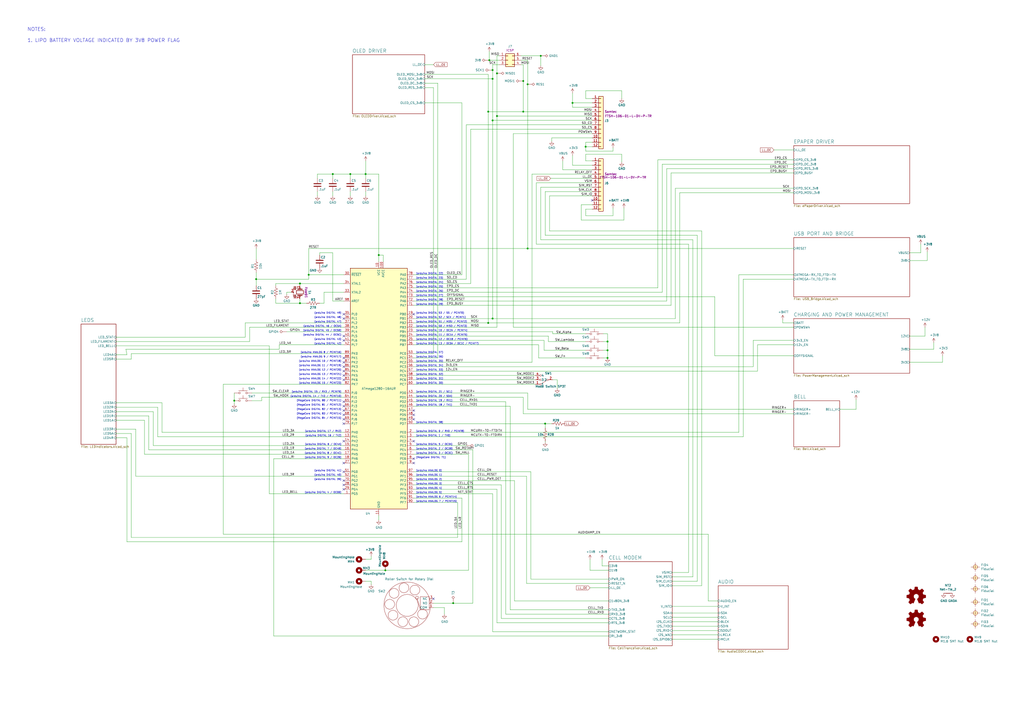
<source format=kicad_sch>
(kicad_sch (version 20231120) (generator "eeschema") (generator_version "8.0")
  (paper "A2")
  (title_block (title "4G ROTARY CELLPHONE MAINBOARD") (company "J. Haupt") (comment 1 "Sky's Edge"))
  (junction (at 313.69 32.385))
  (junction (at 285.75 45.72))
  (junction (at 223.52 330.835))
  (junction (at 219.71 147.955))
  (junction (at 173.99 175.895))
  (junction (at 285.75 40.64))
  (junction (at 303.53 46.99))
  (junction (at 288.29 67.31))
  (junction (at 352.425 207.645))
  (junction (at 306.07 48.895))
  (junction (at 173.99 164.465))
  (junction (at 332.105 59.69))
  (junction (at 285.75 184.785))
  (junction (at 212.09 100.965))
  (junction (at 283.845 34.925))
  (junction (at 352.425 203.2))
  (junction (at 303.53 64.77))
  (junction (at 288.29 42.545))
  (junction (at 316.23 245.745))
  (junction (at 148.59 161.925))
  (junction (at 339.725 85.09))
  (junction (at 262.89 349.885))
  (junction (at 283.21 64.77))
  (junction (at 193.04 100.965))
  (junction (at 306.07 144.145))
  (junction (at 285.75 69.85))
  (junction (at 352.425 198.12))
  (junction (at 135.89 232.41))
  (junction (at 283.21 187.325))
  (junction (at 179.07 159.385))
  (junction (at 203.2 100.965))
  (no_connect (at 199.39 268.605))
  (no_connect (at 199.39 184.785))
  (no_connect (at 199.39 245.745))
  (no_connect (at 240.03 240.665))
  (no_connect (at 240.03 268.605))
  (no_connect (at 199.39 235.585))
  (no_connect (at 199.39 243.205))
  (no_connect (at 199.39 240.665))
  (no_connect (at 199.39 238.125))
  (no_connect (at 199.39 194.945))
  (no_connect (at 199.39 255.905))
  (no_connect (at 199.39 281.305))
  (no_connect (at 199.39 278.765))
  (no_connect (at 251.46 347.345))
  (no_connect (at 240.03 238.125))
  (no_connect (at 199.39 182.245))
  (no_connect (at 240.03 243.205))
  (no_connect (at 240.03 255.905))
  (no_connect (at 199.39 283.845))
  (no_connect (at 199.39 197.485))
  (no_connect (at 343.535 116.205))
  (no_connect (at 240.03 266.065))
  (no_connect (at 199.39 273.685))
  (no_connect (at 199.39 220.345))
  (no_connect (at 199.39 217.805))
  (no_connect (at 199.39 215.265))
  (no_connect (at 199.39 212.725))
  (no_connect (at 199.39 207.645))
  (no_connect (at 199.39 210.185))
  (no_connect (at 240.03 182.245))
  (no_connect (at 199.39 233.045))
  (wire (pts (xy 384.175 169.545) (xy 384.175 95.25)))
  (wire (pts (xy 407.035 339.725) (xy 389.89 339.725)))
  (wire (pts (xy 332.105 59.69) (xy 343.535 59.69)))
  (wire (pts (xy 240.03 220.345) (xy 310.515 220.345)))
  (wire (pts (xy 148.59 150.495) (xy 148.59 144.145)))
  (wire (pts (xy 240.03 273.685) (xy 307.975 273.685)))
  (wire (pts (xy 240.03 233.045) (xy 293.37 233.045)))
  (wire (pts (xy 88.9 238.76) (xy 88.9 258.445)))
  (wire (pts (xy 240.03 187.325) (xy 283.21 187.325)))
  (wire (pts (xy 240.03 263.525) (xy 271.78 263.525)))
  (wire (pts (xy 536.575 194.945) (xy 536.575 189.865)))
  (wire (pts (xy 448.945 86.995) (xy 460.375 86.995)))
  (wire (pts (xy 416.56 355.6) (xy 389.89 355.6)))
  (wire (pts (xy 73.025 202.565) (xy 161.925 202.565)))
  (wire (pts (xy 414.655 206.375) (xy 460.375 206.375)))
  (wire (pts (xy 67.31 200.66) (xy 156.21 200.66)))
  (wire (pts (xy 353.06 330.835) (xy 342.265 330.835)))
  (wire (pts (xy 355.6 87.63) (xy 355.6 85.725)))
  (wire (pts (xy 288.29 32.385) (xy 289.56 32.385)))
  (wire (pts (xy 212.09 113.665) (xy 212.09 111.125)))
  (wire (pts (xy 173.99 165.735) (xy 173.99 164.465)))
  (wire (pts (xy 352.425 198.12) (xy 352.425 203.2)))
  (wire (pts (xy 240.03 258.445) (xy 270.51 258.445)))
  (wire (pts (xy 349.885 203.2) (xy 352.425 203.2)))
  (wire (pts (xy 343.535 64.77) (xy 303.53 64.77)))
  (wire (pts (xy 343.535 118.745) (xy 337.185 118.745)))
  (wire (pts (xy 323.215 220.345) (xy 320.675 220.345)))
  (wire (pts (xy 212.09 93.345) (xy 212.09 100.965)))
  (wire (pts (xy 173.99 175.895) (xy 177.8 175.895)))
  (wire (pts (xy 332.105 95.885) (xy 332.105 90.17)))
  (wire (pts (xy 240.03 278.765) (xy 298.45 278.765)))
  (wire (pts (xy 527.685 194.945) (xy 536.575 194.945)))
  (wire (pts (xy 339.725 89.535) (xy 339.725 93.345)))
  (wire (pts (xy 160.02 175.895) (xy 173.99 175.895)))
  (wire (pts (xy 156.21 286.385) (xy 156.21 200.66)))
  (wire (pts (xy 73.66 205.74) (xy 67.31 205.74)))
  (wire (pts (xy 76.2 205.105) (xy 76.2 208.28)))
  (wire (pts (xy 416.56 348.615) (xy 410.845 348.615)))
  (wire (pts (xy 129.54 309.88) (xy 410.845 309.88)))
  (wire (pts (xy 93.98 233.68) (xy 93.98 250.825)))
  (wire (pts (xy 240.03 192.405) (xy 320.675 192.405)))
  (wire (pts (xy 283.21 64.77) (xy 283.21 187.325)))
  (wire (pts (xy 283.21 187.325) (xy 394.335 187.325)))
  (wire (pts (xy 339.725 85.09) (xy 343.535 85.09)))
  (wire (pts (xy 352.425 193.675) (xy 352.425 198.12)))
  (wire (pts (xy 135.89 227.965) (xy 135.89 232.41)))
  (wire (pts (xy 144.78 198.12) (xy 144.78 189.865)))
  (wire (pts (xy 332.105 53.975) (xy 332.105 59.69)))
  (wire (pts (xy 212.09 337.185) (xy 215.265 337.185)))
  (wire (pts (xy 313.69 32.385) (xy 302.26 32.385)))
  (wire (pts (xy 212.09 324.485) (xy 215.265 324.485)))
  (wire (pts (xy 313.69 108.585) (xy 313.69 139.065)))
  (wire (pts (xy 199.39 263.525) (xy 83.82 263.525)))
  (wire (pts (xy 313.69 38.1) (xy 313.69 32.385)))
  (wire (pts (xy 257.81 352.425) (xy 251.46 352.425)))
  (wire (pts (xy 144.78 189.865) (xy 199.39 189.865)))
  (wire (pts (xy 158.75 266.065) (xy 158.75 368.935)))
  (wire (pts (xy 297.815 189.865) (xy 460.375 189.865)))
  (wire (pts (xy 76.2 205.105) (xy 199.39 205.105)))
  (wire (pts (xy 389.89 358.14) (xy 416.56 358.14)))
  (wire (pts (xy 386.715 174.625) (xy 386.715 97.79)))
  (wire (pts (xy 339.725 85.09) (xy 339.725 87.63)))
  (wire (pts (xy 254 48.26) (xy 254 207.645)))
  (wire (pts (xy 315.595 203.2) (xy 339.725 203.2)))
  (wire (pts (xy 339.725 57.15) (xy 339.725 52.705)))
  (wire (pts (xy 428.625 250.825) (xy 428.625 159.385)))
  (wire (pts (xy 353.06 353.695) (xy 295.91 353.695)))
  (wire (pts (xy 343.535 74.93) (xy 273.05 74.93)))
  (wire (pts (xy 240.03 164.465) (xy 273.05 164.465)))
  (wire (pts (xy 312.42 207.645) (xy 339.725 207.645)))
  (wire (pts (xy 219.71 100.965) (xy 219.71 147.955)))
  (wire (pts (xy 199.39 266.065) (xy 158.75 266.065)))
  (wire (pts (xy 273.05 74.93) (xy 273.05 164.465)))
  (wire (pts (xy 285.75 286.385) (xy 240.03 286.385)))
  (wire (pts (xy 86.36 241.3) (xy 86.36 260.985)))
  (wire (pts (xy 391.795 109.22) (xy 460.375 109.22)))
  (wire (pts (xy 78.74 248.92) (xy 67.31 248.92)))
  (wire (pts (xy 360.68 89.535) (xy 339.725 89.535)))
  (wire (pts (xy 303.53 230.505) (xy 303.53 240.03)))
  (wire (pts (xy 78.74 276.225) (xy 199.39 276.225)))
  (wire (pts (xy 199.39 222.885) (xy 129.54 222.885)))
  (wire (pts (xy 283.845 34.925) (xy 289.56 34.925)))
  (wire (pts (xy 146.05 227.965) (xy 199.39 227.965)))
  (wire (pts (xy 240.03 227.965) (xy 306.07 227.965)))
  (wire (pts (xy 76.2 208.28) (xy 67.31 208.28)))
  (wire (pts (xy 283.21 43.18) (xy 246.38 43.18)))
  (wire (pts (xy 179.07 144.145) (xy 306.07 144.145)))
  (wire (pts (xy 187.96 169.545) (xy 199.39 169.545)))
  (wire (pts (xy 326.39 93.345) (xy 326.39 98.425)))
  (wire (pts (xy 270.51 72.39) (xy 270.51 161.925)))
  (wire (pts (xy 318.135 194.945) (xy 318.135 198.12)))
  (wire (pts (xy 384.175 95.25) (xy 460.375 95.25)))
  (wire (pts (xy 76.2 251.46) (xy 67.31 251.46)))
  (wire (pts (xy 399.415 141.605) (xy 311.15 141.605)))
  (wire (pts (xy 343.535 67.31) (xy 288.29 67.31)))
  (wire (pts (xy 262.89 349.885) (xy 274.32 349.885)))
  (wire (pts (xy 215.265 337.185) (xy 215.265 339.09)))
  (wire (pts (xy 436.88 212.725) (xy 436.88 197.485)))
  (wire (pts (xy 332.105 95.885) (xy 343.535 95.885)))
  (wire (pts (xy 240.03 174.625) (xy 386.715 174.625)))
  (wire (pts (xy 527.685 210.185) (xy 546.735 210.185)))
  (wire (pts (xy 240.03 260.985) (xy 274.32 260.985)))
  (wire (pts (xy 83.82 243.84) (xy 83.82 263.525)))
  (wire (pts (xy 307.975 335.915) (xy 353.06 335.915)))
  (wire (pts (xy 343.535 103.505) (xy 319.405 103.505)))
  (wire (pts (xy 404.495 136.525) (xy 404.495 337.185)))
  (wire (pts (xy 308.61 100.965) (xy 308.61 210.185)))
  (wire (pts (xy 274.32 260.985) (xy 274.32 349.885)))
  (wire (pts (xy 343.535 77.47) (xy 297.815 77.47)))
  (wire (pts (xy 240.03 194.945) (xy 318.135 194.945)))
  (wire (pts (xy 311.15 141.605) (xy 311.15 106.045)))
  (wire (pts (xy 320.675 192.405) (xy 320.675 193.675)))
  (wire (pts (xy 342.265 330.835) (xy 342.265 324.485)))
  (wire (pts (xy 135.89 234.315) (xy 135.89 232.41)))
  (wire (pts (xy 251.46 50.8) (xy 246.38 50.8)))
  (wire (pts (xy 414.655 172.085) (xy 414.655 206.375)))
  (wire (pts (xy 343.535 57.15) (xy 339.725 57.15)))
  (wire (pts (xy 187.96 175.895) (xy 187.96 169.545)))
  (wire (pts (xy 240.03 184.785) (xy 285.75 184.785)))
  (wire (pts (xy 142.24 187.325) (xy 199.39 187.325)))
  (wire (pts (xy 203.2 100.965) (xy 203.2 103.505)))
  (wire (pts (xy 416.56 360.68) (xy 389.89 360.68)))
  (wire (pts (xy 83.82 243.84) (xy 67.31 243.84)))
  (wire (pts (xy 534.035 141.605) (xy 534.035 146.685)))
  (wire (pts (xy 339.725 87.63) (xy 355.6 87.63)))
  (wire (pts (xy 215.265 324.485) (xy 215.265 322.58)))
  (wire (pts (xy 76.2 311.785) (xy 76.2 251.46)))
  (wire (pts (xy 270.51 72.39) (xy 343.535 72.39)))
  (wire (pts (xy 349.885 198.12) (xy 352.425 198.12)))
  (wire (pts (xy 326.39 98.425) (xy 343.535 98.425)))
  (wire (pts (xy 254 207.645) (xy 240.03 207.645)))
  (wire (pts (xy 240.03 215.265) (xy 439.42 215.265)))
  (wire (pts (xy 240.03 169.545) (xy 384.175 169.545)))
  (wire (pts (xy 166.37 169.545) (xy 168.91 169.545)))
  (wire (pts (xy 460.375 161.925) (xy 431.165 161.925)))
  (wire (pts (xy 320.04 80.01) (xy 343.535 80.01)))
  (wire (pts (xy 285.75 45.72) (xy 285.75 69.85)))
  (wire (pts (xy 91.44 253.365) (xy 199.39 253.365)))
  (wire (pts (xy 339.725 93.345) (xy 343.535 93.345)))
  (wire (pts (xy 306.07 237.49) (xy 306.07 227.965)))
  (wire (pts (xy 410.845 309.88) (xy 410.845 348.615)))
  (wire (pts (xy 310.515 222.885) (xy 240.03 222.885)))
  (wire (pts (xy 91.44 236.22) (xy 67.31 236.22)))
  (wire (pts (xy 394.335 111.76) (xy 460.375 111.76)))
  (wire (pts (xy 293.37 233.045) (xy 293.37 356.235)))
  (wire (pts (xy 303.53 46.99) (xy 303.53 64.77)))
  (wire (pts (xy 142.24 187.325) (xy 142.24 195.58)))
  (wire (pts (xy 160.02 173.355) (xy 160.02 175.895)))
  (wire (pts (xy 285.75 40.64) (xy 285.75 37.465)))
  (wire (pts (xy 285.75 45.72) (xy 285.75 40.64)))
  (wire (pts (xy 93.98 233.68) (xy 67.31 233.68)))
  (wire (pts (xy 67.31 198.12) (xy 144.78 198.12)))
  (wire (pts (xy 91.44 236.22) (xy 91.44 253.365)))
  (wire (pts (xy 222.25 147.955) (xy 219.71 147.955)))
  (wire (pts (xy 199.39 192.405) (xy 166.37 192.405)))
  (wire (pts (xy 436.88 197.485) (xy 460.375 197.485)))
  (wire (pts (xy 219.71 147.955) (xy 219.71 151.765)))
  (wire (pts (xy 349.25 328.295) (xy 353.06 328.295)))
  (wire (pts (xy 439.42 200.025) (xy 460.375 200.025)))
  (wire (pts (xy 193.04 100.965) (xy 193.04 103.505)))
  (wire (pts (xy 240.03 177.165) (xy 389.255 177.165)))
  (wire (pts (xy 303.53 64.77) (xy 283.21 64.77)))
  (wire (pts (xy 288.29 42.545) (xy 288.29 32.385)))
  (wire (pts (xy 310.515 217.805) (xy 240.03 217.805)))
  (wire (pts (xy 352.425 203.2) (xy 352.425 207.645)))
  (wire (pts (xy 360.68 57.15) (xy 360.68 52.705)))
  (wire (pts (xy 158.75 368.935) (xy 353.06 368.935)))
  (wire (pts (xy 240.03 197.485) (xy 315.595 197.485)))
  (wire (pts (xy 257.81 352.425) (xy 257.81 356.235)))
  (wire (pts (xy 173.99 164.465) (xy 160.02 164.465)))
  (wire (pts (xy 320.04 81.915) (xy 320.04 80.01)))
  (wire (pts (xy 537.845 151.13) (xy 537.845 146.05)))
  (wire (pts (xy 355.6 120.65) (xy 355.6 125.095)))
  (wire (pts (xy 389.89 363.22) (xy 416.56 363.22)))
  (wire (pts (xy 212.09 100.965) (xy 212.09 103.505)))
  (wire (pts (xy 270.51 161.925) (xy 240.03 161.925)))
  (wire (pts (xy 416.56 365.76) (xy 389.89 365.76)))
  (wire (pts (xy 316.23 136.525) (xy 316.23 111.125)))
  (wire (pts (xy 240.03 276.225) (xy 305.435 276.225)))
  (wire (pts (xy 88.9 238.76) (xy 67.31 238.76)))
  (wire (pts (xy 343.535 108.585) (xy 313.69 108.585)))
  (wire (pts (xy 391.795 184.785) (xy 391.795 109.22)))
  (wire (pts (xy 337.185 127.635) (xy 361.95 127.635)))
  (wire (pts (xy 527.685 202.565) (xy 541.655 202.565)))
  (wire (pts (xy 355.6 125.095) (xy 339.725 125.095)))
  (wire (pts (xy 240.03 159.385) (xy 267.97 159.385)))
  (wire (pts (xy 360.68 93.98) (xy 360.68 89.535)))
  (wire (pts (xy 431.165 161.925) (xy 431.165 253.365)))
  (wire (pts (xy 283.21 43.18) (xy 283.21 64.77)))
  (wire (pts (xy 179.07 159.385) (xy 179.07 144.145)))
  (wire (pts (xy 179.07 159.385) (xy 199.39 159.385)))
  (wire (pts (xy 267.97 59.69) (xy 267.97 159.385)))
  (wire (pts (xy 295.91 235.585) (xy 295.91 353.695)))
  (wire (pts (xy 251.46 349.885) (xy 262.89 349.885)))
  (wire (pts (xy 343.535 113.665) (xy 318.77 113.665)))
  (wire (pts (xy 361.95 127.635) (xy 361.95 120.65)))
  (wire (pts (xy 311.15 106.045) (xy 343.535 106.045)))
  (wire (pts (xy 222.25 147.955) (xy 222.25 151.765)))
  (wire (pts (xy 381.635 167.005) (xy 381.635 92.71)))
  (wire (pts (xy 339.725 82.55) (xy 343.535 82.55)))
  (wire (pts (xy 312.42 200.025) (xy 312.42 207.645)))
  (wire (pts (xy 428.625 159.385) (xy 460.375 159.385)))
  (wire (pts (xy 219.71 299.085) (xy 219.71 301.625)))
  (wire (pts (xy 142.24 195.58) (xy 67.31 195.58)))
  (wire (pts (xy 240.03 250.825) (xy 428.625 250.825)))
  (wire (pts (xy 323.215 220.345) (xy 323.215 225.425)))
  (wire (pts (xy 285.75 69.85) (xy 285.75 184.785)))
  (wire (pts (xy 316.23 248.285) (xy 316.23 245.745)))
  (wire (pts (xy 86.36 260.985) (xy 199.39 260.985)))
  (wire (pts (xy 285.75 45.72) (xy 246.38 45.72)))
  (wire (pts (xy 267.97 288.925) (xy 240.03 288.925)))
  (wire (pts (xy 254 48.26) (xy 246.38 48.26)))
  (wire (pts (xy 285.75 366.395) (xy 353.06 366.395)))
  (wire (pts (xy 199.39 174.625) (xy 193.04 174.625)))
  (wire (pts (xy 185.42 175.895) (xy 187.96 175.895)))
  (wire (pts (xy 151.765 230.505) (xy 199.39 230.505)))
  (wire (pts (xy 193.04 146.685) (xy 185.42 146.685)))
  (wire (pts (xy 199.39 258.445) (xy 88.9 258.445)))
  (wire (pts (xy 389.89 370.84) (xy 416.56 370.84)))
  (wire (pts (xy 302.26 37.465) (xy 303.53 37.465)))
  (wire (pts (xy 148.59 161.925) (xy 148.59 165.735)))
  (wire (pts (xy 454.025 185.42) (xy 454.025 187.325)))
  (wire (pts (xy 297.815 77.47) (xy 297.815 189.865)))
  (wire (pts (xy 343.535 62.23) (xy 332.105 62.23)))
  (wire (pts (xy 353.06 358.775) (xy 290.83 358.775)))
  (wire (pts (xy 193.04 174.625) (xy 193.04 146.685)))
  (wire (pts (xy 407.035 133.985) (xy 407.035 339.725)))
  (wire (pts (xy 86.36 241.3) (xy 67.31 241.3)))
  (wire (pts (xy 267.97 59.69) (xy 246.38 59.69)))
  (wire (pts (xy 285.75 69.85) (xy 343.535 69.85)))
  (wire (pts (xy 288.29 283.845) (xy 288.29 361.315)))
  (wire (pts (xy 339.725 125.095) (xy 339.725 121.285)))
  (wire (pts (xy 151.765 230.505) (xy 151.765 232.41)))
  (wire (pts (xy 73.66 314.325) (xy 267.97 314.325)))
  (wire (pts (xy 416.56 368.3) (xy 389.89 368.3)))
  (wire (pts (xy 306.07 144.145) (xy 306.07 48.895)))
  (wire (pts (xy 246.38 37.465) (xy 251.46 37.465)))
  (wire (pts (xy 339.725 193.675) (xy 320.675 193.675)))
  (wire (pts (xy 240.03 212.725) (xy 436.88 212.725)))
  (wire (pts (xy 203.2 100.965) (xy 212.09 100.965)))
  (wire (pts (xy 349.885 193.675) (xy 352.425 193.675)))
  (wire (pts (xy 151.765 232.41) (xy 146.05 232.41)))
  (wire (pts (xy 353.06 338.455) (xy 305.435 338.455)))
  (wire (pts (xy 271.78 263.525) (xy 271.78 330.835)))
  (wire (pts (xy 184.15 103.505) (xy 184.15 100.965)))
  (wire (pts (xy 303.53 240.03) (xy 460.375 240.03)))
  (wire (pts (xy 320.04 245.745) (xy 316.23 245.745)))
  (wire (pts (xy 316.23 111.125) (xy 343.535 111.125)))
  (wire (pts (xy 199.39 164.465) (xy 173.99 164.465)))
  (wire (pts (xy 283.845 29.845) (xy 283.845 34.925)))
  (wire (pts (xy 342.265 340.995) (xy 353.06 340.995)))
  (wire (pts (xy 148.59 161.925) (xy 179.07 161.925)))
  (wire (pts (xy 290.83 281.305) (xy 290.83 358.775)))
  (wire (pts (xy 298.45 348.615) (xy 298.45 278.765)))
  (wire (pts (xy 439.42 215.265) (xy 439.42 200.025)))
  (wire (pts (xy 401.955 334.645) (xy 389.89 334.645)))
  (wire (pts (xy 240.03 283.845) (xy 288.29 283.845)))
  (wire (pts (xy 267.97 314.325) (xy 267.97 288.925)))
  (wire (pts (xy 389.89 332.105) (xy 399.415 332.105)))
  (wire (pts (xy 184.15 111.125) (xy 184.15 113.665)))
  (wire (pts (xy 386.715 97.79) (xy 460.375 97.79)))
  (wire (pts (xy 290.83 281.305) (xy 240.03 281.305)))
  (wire (pts (xy 212.09 100.965) (xy 219.71 100.965)))
  (wire (pts (xy 339.725 52.705) (xy 360.68 52.705)))
  (wire (pts (xy 527.685 151.13) (xy 537.845 151.13)))
  (wire (pts (xy 313.69 139.065) (xy 401.955 139.065)))
  (wire (pts (xy 199.39 286.385) (xy 156.21 286.385)))
  (wire (pts (xy 332.105 59.69) (xy 332.105 62.23)))
  (wire (pts (xy 306.07 237.49) (xy 460.375 237.49)))
  (wire (pts (xy 401.955 139.065) (xy 401.955 334.645)))
  (wire (pts (xy 306.07 48.895) (xy 306.07 34.925)))
  (wire (pts (xy 78.74 276.225) (xy 78.74 248.92)))
  (wire (pts (xy 487.045 237.49) (xy 496.57 237.49)))
  (wire (pts (xy 337.185 118.745) (xy 337.185 127.635)))
  (wire (pts (xy 73.025 202.565) (xy 73.66 205.74)))
  (wire (pts (xy 240.03 253.365) (xy 431.165 253.365)))
  (wire (pts (xy 389.89 351.79) (xy 416.56 351.79)))
  (wire (pts (xy 240.03 245.745) (xy 316.23 245.745)))
  (wire (pts (xy 288.29 67.31) (xy 288.29 189.865)))
  (wire (pts (xy 285.75 366.395) (xy 285.75 286.385)))
  (wire (pts (xy 288.29 67.31) (xy 288.29 42.545)))
  (wire (pts (xy 308.61 100.965) (xy 343.535 100.965)))
  (wire (pts (xy 240.03 210.185) (xy 308.61 210.185)))
  (wire (pts (xy 534.035 146.685) (xy 527.685 146.685)))
  (wire (pts (xy 148.59 158.115) (xy 148.59 161.925)))
  (wire (pts (xy 160.02 164.465) (xy 160.02 165.735)))
  (wire (pts (xy 73.66 314.325) (xy 73.66 254)))
  (wire (pts (xy 349.885 207.645) (xy 352.425 207.645)))
  (wire (pts (xy 240.03 189.865) (xy 288.29 189.865)))
  (wire (pts (xy 546.735 206.375) (xy 546.735 210.185)))
  (wire (pts (xy 285.75 37.465) (xy 289.56 37.465)))
  (wire (pts (xy 193.04 100.965) (xy 203.2 100.965)))
  (wire (pts (xy 93.98 250.825) (xy 199.39 250.825)))
  (wire (pts (xy 339.725 85.09) (xy 339.725 82.55)))
  (wire (pts (xy 389.255 177.165) (xy 389.255 100.33)))
  (wire (pts (xy 404.495 136.525) (xy 316.23 136.525)))
  (wire (pts (xy 240.03 172.085) (xy 414.655 172.085)))
  (wire (pts (xy 240.03 230.505) (xy 303.53 230.505)))
  (wire (pts (xy 161.925 200.025) (xy 161.925 202.565)))
  (wire (pts (xy 496.57 237.49) (xy 496.57 231.775)))
  (wire (pts (xy 399.415 332.105) (xy 399.415 141.605)))
  (wire (pts (xy 305.435 276.225) (xy 305.435 338.455)))
  (wire (pts (xy 161.925 200.025) (xy 199.39 200.025)))
  (wire (pts (xy 265.43 291.465) (xy 265.43 311.785)))
  (wire (pts (xy 288.29 361.315) (xy 353.06 361.315)))
  (wire (pts (xy 353.06 348.615) (xy 298.45 348.615)))
  (wire (pts (xy 212.09 330.835) (xy 223.52 330.835)))
  (wire (pts (xy 541.655 202.565) (xy 541.655 198.755)))
  (wire (pts (xy 73.66 254) (xy 67.31 254)))
  (wire (pts (xy 203.2 113.665) (xy 203.2 111.125)))
  (wire (pts (xy 240.03 167.005) (xy 381.635 167.005)))
  (wire (pts (xy 193.04 111.125) (xy 193.04 113.665)))
  (wire (pts (xy 240.03 235.585) (xy 295.91 235.585)))
  (wire (pts (xy 240.03 291.465) (xy 265.43 291.465)))
  (wire (pts (xy 306.07 34.925) (xy 302.26 34.925)))
  (wire (pts (xy 251.46 50.8) (xy 251.46 205.105)))
  (wire (pts (xy 316.23 255.905) (xy 316.23 256.54)))
  (wire (pts (xy 318.77 133.985) (xy 407.035 133.985)))
  (wire (pts (xy 339.725 198.12) (xy 318.135 198.12)))
  (wire (pts (xy 306.07 144.145) (xy 460.375 144.145)))
  (wire (pts (xy 240.03 200.025) (xy 312.42 200.025)))
  (wire (pts (xy 173.99 173.355) (xy 173.99 175.895)))
  (wire (pts (xy 315.595 197.485) (xy 315.595 203.2)))
  (wire (pts (xy 185.42 146.685) (xy 185.42 147.955)))
  (wire (pts (xy 166.37 170.815) (xy 166.37 169.545)))
  (wire (pts (xy 389.255 100.33) (xy 460.375 100.33)))
  (wire (pts (xy 353.06 356.235) (xy 293.37 356.235)))
  (wire (pts (xy 251.46 205.105) (xy 240.03 205.105)))
  (wire (pts (xy 454.025 187.325) (xy 460.375 187.325)))
  (wire (pts (xy 349.25 324.485) (xy 349.25 328.295)))
  (wire (pts (xy 285.75 184.785) (xy 391.795 184.785)))
  (wire (pts (xy 303.53 37.465) (xy 303.53 46.99)))
  (wire (pts (xy 184.15 100.965) (xy 193.04 100.965)))
  (wire (pts (xy 307.975 273.685) (xy 307.975 335.915)))
  (wire (pts (xy 381.635 92.71) (xy 460.375 92.71)))
  (wire (pts (xy 318.77 113.665) (xy 318.77 133.985)))
  (wire (pts (xy 223.52 330.835) (xy 271.78 330.835)))
  (wire (pts (xy 389.89 337.185) (xy 404.495 337.185)))
  (wire (pts (xy 339.725 121.285) (xy 343.535 121.285)))
  (wire (pts (xy 129.54 222.885) (xy 129.54 309.88)))
  (wire (pts (xy 179.07 161.925) (xy 179.07 159.385)))
  (wire (pts (xy 76.2 311.785) (xy 265.43 311.785)))
  (wire (pts (xy 394.335 187.325) (xy 394.335 111.76)))
  (text "(arduino DIGITAL 8 / OC4C)" (at 198.12 263.525 0) (effects (font (size 0.9906 0.9906)) (justify right bottom)))
  (text "(arduino DIGITAL 9 / OC2B)" (at 198.12 266.065 0) (effects (font (size 0.9906 0.9906)) (justify right bottom)))
  (text "(arduino DIGITAL 37)" (at 241.3 205.105 0) (effects (font (size 0.9906 0.9906)) (justify left bottom)))
  (text "(arduino DIGITAL 31)" (at 241.3 220.345 0) (effects (font (size 0.9906 0.9906)) (justify left bottom)))
  (text "(arduino DIGITAL 2 / OC3B)" (at 241.3 260.985 0) (effects (font (size 0.9906 0.9906)) (justify left bottom)))
  (text "(arduino DIGITAL 39)" (at 198.12 278.765 0) (effects (font (size 0.9906 0.9906)) (justify right bottom)))
  (text "(arduino DIGITAL 46 / OC5A)" (at 198.12 189.865 0) (effects (font (size 0.9906 0.9906)) (justify right bottom)))
  (text "(arduino DIGITAL 17 / RX2)" (at 198.12 250.825 0) (effects (font (size 0.9906 0.9906)) (justify right bottom)))
  (text "(arduino DIGITAL 34)" (at 241.3 212.725 0) (effects (font (size 0.9906 0.9906)) (justify left bottom)))
  (text "(arduino DIGITAL 53 / SS / PCINT0)" (at 241.3 182.245 0) (effects (font (size 0.9906 0.9906)) (justify left bottom)))
  (text "(arduino DIGITAL 52 / SCK / PCINT1)" (at 241.3 184.785 0) (effects (font (size 0.9906 0.9906)) (justify left bottom)))
  (text "(arduino DIGITAL 23)" (at 241.3 161.925 0) (effects (font (size 0.9906 0.9906)) (justify left bottom)))
  (text "(arduino DIGITAL 38)" (at 241.3 245.745 0) (effects (font (size 0.9906 0.9906)) (justify left bottom)))
  (text "(arduino ANALOG 10 / PCINT18)" (at 198.12 210.185 0) (effects (font (size 0.9906 0.9906)) (justify right bottom)))
  (text "(arduino ANALOG 15 / PCINT23)" (at 198.12 222.885 0) (effects (font (size 0.9906 0.9906)) (justify right bottom)))
  (text "(arduino DIGITAL 1 / TX0)" (at 241.3 253.365 0) (effects (font (size 0.9906 0.9906)) (justify left bottom)))
  (text "(arduino ANALOG 1)" (at 241.3 276.225 0) (effects (font (size 0.9906 0.9906)) (justify left bottom)))
  (text "(arduino DIGITAL 26)" (at 241.3 169.545 0) (effects (font (size 0.9906 0.9906)) (justify left bottom)))
  (text "(arduino DIGITAL 15 / RX3 / PCINT9)" (at 198.12 227.965 0) (effects (font (size 0.9906 0.9906)) (justify right bottom)))
  (text "(arduino DIGITAL 27)" (at 241.3 172.085 0) (effects (font (size 0.9906 0.9906)) (justify left bottom)))
  (text "(arduino DIGITAL 0 / RX0 / PCINT8)" (at 241.3 250.825 0) (effects (font (size 0.9906 0.9906)) (justify left bottom)))
  (text "(MegaCore DIGITAL 83 / PCINT14)" (at 198.12 240.665 0) (effects (font (size 0.9906 0.9906)) (justify right bottom)))
  (text "(arduino ANALOG 6 / PCINT14)" (at 241.3 288.925 0) (effects (font (size 0.9906 0.9906)) (justify left bottom)))
  (text "(arduino ANALOG 5)" (at 241.3 286.385 0) (effects (font (size 0.9906 0.9906)) (justify left bottom)))
  (text "(arduino ANALOG 12 / PCINT20)" (at 198.12 215.265 0) (effects (font (size 0.9906 0.9906)) (justify right bottom)))
  (text "(arduino DIGITAL 36)" (at 241.3 207.645 0) (effects (font (size 0.9906 0.9906)) (justify left bottom)))
  (text "(arduino ANALOG 4)" (at 241.3 283.845 0) (effects (font (size 0.9906 0.9906)) (justify left bottom)))
  (text "(arduino DIGITAL 44 / OC5C)" (at 198.12 194.945 0) (effects (font (size 0.9906 0.9906)) (justify right bottom)))
  (text "(arduino ANALOG 8 / PCINT16)" (at 198.12 205.105 0) (effects (font (size 0.9906 0.9906)) (justify right bottom)))
  (text "(arduino ANALOG 9 / PCINT17)" (at 198.12 207.645 0) (effects (font (size 0.9906 0.9906)) (justify right bottom)))
  (text "(arduino DIGITAL 29)" (at 241.3 177.165 0) (effects (font (size 0.9906 0.9906)) (justify left bottom)))
  (text "(arduino ANALOG 13 / PCINT21)" (at 198.12 217.805 0) (effects (font (size 0.9906 0.9906)) (justify right bottom)))
  (text "(arduino DIGITAL 19 / RX1)" (at 241.3 233.045 0) (effects (font (size 0.9906 0.9906)) (justify left bottom)))
  (text "(arduino ANALOG 3)" (at 241.3 281.305 0) (effects (font (size 0.9906 0.9906)) (justify left bottom)))
  (text "(arduino DIGITAL 33)" (at 241.3 215.265 0) (effects (font (size 0.9906 0.9906)) (justify left bottom)))
  (text "(MegaCore DIGITAL 71)" (at 241.3 266.065 0) (effects (font (size 0.9906 0.9906)) (justify left bottom)))
  (text "(MegaCore DIGITAL 80 / PCINT11)" (at 198.12 233.045 0) (effects (font (size 0.9906 0.9906)) (justify right bottom)))
  (text "(arduino DIGITAL 6 / OC4A)" (at 198.12 258.445 0) (effects (font (size 0.9906 0.9906)) (justify right bottom)))
  (text "(arduino DIGITAL 18 / TX1)" (at 241.3 235.585 0) (effects (font (size 0.9906 0.9906)) (justify left bottom)))
  (text "(arduino DIGITAL 35)" (at 241.3 210.185 0) (effects (font (size 0.9906 0.9906)) (justify left bottom)))
  (text "(MegaCore DIGITAL 82 / PCINT13)" (at 198.12 238.125 0) (effects (font (size 0.9906 0.9906)) (justify right bottom)))
  (text "(arduino DIGITAL 25)" (at 241.3 167.005 0) (effects (font (size 0.9906 0.9906)) (justify left bottom)))
  (text "(arduino DIGITAL 4 / OC0B)" (at 198.12 286.385 0) (effects (font (size 0.9906 0.9906)) (justify right bottom)))
  (text "(MegaCore DIGITAL 81 / PCINT12)" (at 198.12 235.585 0) (effects (font (size 0.9906 0.9906)) (justify right bottom)))
  (text "(arduino DIGITAL 24)" (at 241.3 164.465 0) (effects (font (size 0.9906 0.9906)) (justify left bottom)))
  (text "(arduino DIGITAL 3 / OC3C)" (at 241.3 263.525 0) (effects (font (size 0.9906 0.9906)) (justify left bottom)))
  (text "(arduino DIGITAL 41)" (at 198.12 273.685 0) (effects (font (size 0.9906 0.9906)) (justify right bottom)))
  (text "(arduino DIGITAL 14 / TX3 / PCINT10)" (at 198.12 230.505 0) (effects (font (size 0.9906 0.9906)) (justify right bottom)))
  (text "(arduino ANALOG 0)" (at 241.3 273.685 0) (effects (font (size 0.9906 0.9906)) (justify left bottom)))
  (text "(arduino ANALOG 11 / PCINT19)" (at 198.12 212.725 0) (effects (font (size 0.9906 0.9906)) (justify right bottom)))
  (text "(arduino DIGITAL 12 / OC1B / PCINT6)" (at 241.3 197.485 0) (effects (font (size 0.9906 0.9906)) (justify left bottom)))
  (text "(arduino DIGITAL 45 / OC5B)" (at 198.12 192.405 0) (effects (font (size 0.9906 0.9906)) (justify right bottom)))
  (text "(arduino DIGITAL 22)" (at 241.3 159.385 0) (effects (font (size 0.9906 0.9906)) (justify left bottom)))
  (text "(arduino ANALOG 7 / PCINT15)" (at 241.3 291.465 0) (effects (font (size 0.9906 0.9906)) (justify left bottom)))
  (text "(arduino DIGITAL 11 / OC1A / PCINT5)" (at 241.3 194.945 0) (effects (font (size 0.9906 0.9906)) (justify left bottom)))
  (text "NOTES:\n\n1. LIPO BATTERY VOLTAGE INDICATED BY 3V8 POWER FLAG" (at 15.875 24.765 0) (effects (font (size 2.0066 2.0066)) (justify left bottom)))
  (text "(arduino DIGITAL 32)" (at 241.3 217.805 0) (effects (font (size 0.9906 0.9906)) (justify left bottom)))
  (text "(arduino DIGITAL 10 / OC2A / PCINT4)" (at 241.3 192.405 0) (effects (font (size 0.9906 0.9906)) (justify left bottom)))
  (text "(arduino DIGITAL 49)" (at 198.12 182.245 0) (effects (font (size 0.9906 0.9906)) (justify right bottom)))
  (text "(arduino ANALOG 14 / PCINT22)" (at 198.12 220.345 0) (effects (font (size 0.9906 0.9906)) (justify right bottom)))
  (text "(arduino DIGITAL 7 / OC4B)" (at 198.12 260.985 0) (effects (font (size 0.9906 0.9906)) (justify right bottom)))
  (text "(arduino DIGITAL 48)" (at 198.12 184.785 0) (effects (font (size 0.9906 0.9906)) (justify right bottom)))
  (text "(arduino DIGITAL 47)" (at 198.12 187.325 0) (effects (font (size 0.9906 0.9906)) (justify right bottom)))
  (text "(arduino DIGITAL 28)" (at 241.3 174.625 0) (effects (font (size 0.9906 0.9906)) (justify left bottom)))
  (text "(arduino DIGITAL 16 / TX2)" (at 198.12 253.365 0) (effects (font (size 0.9906 0.9906)) (justify right bottom)))
  (text "(arduino DIGITAL 30)" (at 241.3 222.885 0) (effects (font (size 0.9906 0.9906)) (justify left bottom)))
  (text "(arduino DIGITAL 20 / SDA)" (at 241.3 230.505 0) (effects (font (size 0.9906 0.9906)) (justify left bottom)))
  (text "(arduino DIGITAL 40)" (at 198.12 276.225 0) (effects (font (size 0.9906 0.9906)) (justify right bottom)))
  (text "(arduino DIGITAL 21 / SCL)" (at 241.3 227.965 0) (effects (font (size 0.9906 0.9906)) (justify left bottom)))
  (text "(arduino ANALOG 2)" (at 241.3 278.765 0) (effects (font (size 0.9906 0.9906)) (justify left bottom)))
  (text "(arduino DIGITAL 13 / OC0A / OC1C / PCINT7)" (at 241.3 200.025 0) (effects (font (size 0.9906 0.9906)) (justify left bottom)))
  (text "(MegaCore DIGITAL 84 / PCINT15)" (at 198.12 243.205 0) (effects (font (size 0.9906 0.9906)) (justify right bottom)))
  (text "(arduino DIGITAL 50 / MISO / PCINT3)" (at 241.3 189.865 0) (effects (font (size 0.9906 0.9906)) (justify left bottom)))
  (text "(arduino DIGITAL 51 / MOSI / PCINT2)" (at 241.3 187.325 0) (effects (font (size 0.9906 0.9906)) (justify left bottom)))
  (text "(arduino DIGITAL 42)" (at 198.12 200.025 0) (effects (font (size 0.9906 0.9906)) (justify right bottom)))
  (text "(arduino DIGITAL 5 / OC3A)" (at 241.3 258.445 0) (effects (font (size 0.9906 0.9906)) (justify left bottom)))
  (text "(arduino DIGITAL 43)" (at 198.12 197.485 0) (effects (font (size 0.9906 0.9906)) (justify right bottom)))
  (label "LED_1A" (at 170.815 263.525 180))
  (label "LED_3A" (at 170.815 250.825 180))
  (label "EPD_CS" (at 259.08 167.005 0))
  (label "EPD_RESET" (at 457.2 97.79 180))
  (label "MOSI" (at 302.26 37.465 0))
  (label "CELL_CTS" (at 265.43 281.305 0))
  (label "OLED_CS" (at 259.08 159.385 0))
  (label "LED_1R" (at 170.815 260.985 180))
  (label "MOSI" (at 343.535 64.77 180))
  (label "MISO" (at 343.535 67.31 180))
  (label "CELL_ON" (at 276.86 273.685 0))
  (label "LED_5R" (at 168.91 205.105 180))
  (label "RELAY_OFF" (at 258.445 210.185 0))
  (label "SW_HALL" (at 264.16 263.525 0))
  (label "LED_2A" (at 170.815 258.445 180))
  (label "GPIO1" (at 265.43 258.445 0))
  (label "CELL_PWR_DET" (at 276.86 278.765 0))
  (label "SD_CD" (at 343.535 72.39 180))
  (label "LED_2R" (at 170.815 253.365 180))
  (label "SW_HOOK" (at 167.64 230.505 180))
  (label "MOSI" (at 252.095 43.18 180))
  (label "SIM_IO" (at 343.535 113.665 180))
  (label "CELL_RXD" (at 340.995 356.235 0))
  (label "SW_MODE2" (at 299.72 220.345 0))
  (label "SW_Beta" (at 321.945 203.2 0))
  (label "SW_ROTARY" (at 264.16 260.985 0))
  (label "GPIO4" (at 173.99 192.405 180))
  (label "3v3_EN" (at 258.445 212.725 0))
  (label "LED_3R" (at 170.815 276.225 180))
  (label "RINGER-" (at 275.59 230.505 180))
  (label "AREF" (at 194.31 174.625 0))
  (label "POWSW4" (at 343.535 77.47 180))
  (label "CELL_RESET" (at 276.86 276.225 0))
  (label "OLED_DC" (at 254 155.575 90))
  (label "EPD_BUSY" (at 259.08 177.165 0))
  (label "RINGER+" (at 275.59 227.965 180))
  (label "OFFSIGNAL" (at 259.08 172.085 0))
  (label "NET_STAT" (at 265.43 286.385 0))
  (label "SCK" (at 343.535 69.85 180))
  (label "SIM_RST" (at 343.535 108.585 180))
  (label "SCK" (at 287.655 37.465 180))
  (label "MOSI" (at 273.05 187.325 0))
  (label "MISO" (at 273.05 189.865 0))
  (label "LED_FILAMENT" (at 167.64 189.865 180))
  (label "CELL_TXD" (at 340.995 353.695 0))
  (label "MISO" (at 289.56 32.385 180))
  (label "EPD_DC" (at 259.08 169.545 0))
  (label "MOSI" (at 454.025 111.76 0))
  (label "CELL_TXD1" (at 266.7 235.585 0))
  (label "VSIM" (at 343.535 106.045 180))
  (label "SW_MODE1" (at 299.72 217.805 0))
  (label "SW_MODE3" (at 299.72 222.885 0))
  (label "EPD_CS" (at 456.565 92.71 180))
  (label "LED_5A" (at 265.43 299.72 270))
  (label "MCURX-TO-FTDITX" (at 273.05 250.825 0))
  (label "RINGER+" (at 447.675 237.49 0))
  (label "RESET" (at 179.07 144.145 0))
  (label "LED_4A" (at 168.91 200.025 180))
  (label "12v_EN" (at 258.445 215.265 0))
  (label "SD_CS" (at 343.535 74.93 180))
  (label "SW_Lambda" (at 321.945 198.12 0))
  (label "LED_4R" (at 267.97 306.705 90))
  (label "EPD_DC" (at 456.565 95.25 180))
  (label "RINGER-" (at 447.675 240.03 0))
  (label "SW_Alpha" (at 322.58 193.675 0))
  (label "AUDIOAMP_EN" (at 335.28 309.88 0))
  (label "LED_BELL" (at 172.72 286.385 180))
  (label "SW_Fn" (at 321.945 207.645 0))
  (label "RELAY_OFF" (at 343.535 100.965 180))
  (label "LED_STAT" (at 167.64 187.325 180))
  (label "EPD_BUSY" (at 456.565 100.33 180))
  (label "CELL_RI" (at 170.815 266.065 180))
  (label "SW_CLEAR" (at 167.64 227.965 180))
  (label "LL_OE" (at 343.535 103.505 180))
  (label "SIM_CLK" (at 343.535 111.125 180))
  (label "SCK" (at 251.46 45.72 180))
  (label "OLED_RES" (at 251.46 155.575 90))
  (label "SCK" (at 273.05 184.785 0))
  (label "EPD_RESET" (at 259.08 174.625 0))
  (label "RESET" (at 302.895 34.925 0))
  (label "CELL_RXD1" (at 266.7 233.045 0))
  (label "CELL_RTS" (at 265.43 283.845 0))
  (label "SCK" (at 454.025 109.22 0))
  (label "SD_CS" (at 259.08 164.465 0))
  (label "MCUTX-TO-FTDIRX" (at 273.05 253.365 0))
  (label "SD_CD" (at 259.08 161.925 0))
  (global_label "LL_OE" (shape input) (at 319.405 103.505 180) (property "Intersheetrefs" "${INTERSHEET_REFS}" (effects (hide yes))))
  (global_label "LL_OE" (shape input) (at 448.945 86.995 180) (property "Intersheetrefs" "${INTERSHEET_REFS}" (effects (hide yes))))
  (global_label "LL_OE" (shape input) (at 251.46 37.465 0) (property "Intersheetrefs" "${INTERSHEET_REFS}" (effects (hide yes))))
  (global_label "LL_OE" (shape output) (at 327.66 245.745 0) (property "Intersheetrefs" "${INTERSHEET_REFS}" (effects (hide yes))))
  (global_label "LL_OE" (shape input) (at 342.265 340.995 180) (property "Intersheetrefs" "${INTERSHEET_REFS}" (effects (hide yes))))
  (symbol (lib_id "Device:R_US") (at 148.59 154.305 180) (unit 1)
    (property "Reference" "R1" (at 146.558 154.305 90))
    (property "Value" "10k" (at 151.13 154.305 90))
    (property "Footprint" "Resistor_SMD:R_0603_1608Metric" (effects (hide yes)))
    (property "Mfg. Name" "TE" (effects (hide yes)))
    (property "Mfg. Part No." "CRG0603F10K/10" (effects (hide yes)))
  )
  (symbol (lib_id "Device:Resonator") (at 173.99 169.545 270) (unit 1)
    (property "Reference" "Y1" (at 179.705 169.545 0))
    (property "Value" "16MHz Resonator" (effects (hide yes)))
    (property "Footprint" "MyFootprints:AWSCR-16.00CV-T" (effects (hide yes)))
    (property "Mfg. Name" "Abracon" (effects (hide yes)))
    (property "Mfg. Part No." "AWSCR-16.00CV-T" (effects (hide yes)))
    (property "Label" "16MHz" (at 177.546 169.545 0))
  )
  (symbol (lib_id "power:GND") (at 166.37 170.815 0) (unit 1)
    (property "Reference" "#PWR03" (effects (hide yes)))
    (property "Value" "GND" (at 166.37 174.625 0))
  )
  (symbol (lib_id "Device:C") (at 148.59 169.545 0) (unit 1)
    (property "Reference" "C1" (at 149.225 167.005 0) (effects (justify left)))
    (property "Value" "27pF" (at 149.225 172.085 0) (effects (justify left)))
    (property "Footprint" "Capacitor_SMD:C_0603_1608Metric" (effects (hide yes)))
    (property "Mfg. Name" "Kemet" (effects (hide yes)))
    (property "Mfg. Part No." "C0603C270J5GACTU" (effects (hide yes)))
  )
  (symbol (lib_id "power:GND") (at 148.59 173.355 0) (unit 1)
    (property "Reference" "#PWR02" (effects (hide yes)))
    (property "Value" "GND" (at 148.59 177.165 0))
  )
  (symbol (lib_id "Device:C") (at 185.42 151.765 0) (unit 1)
    (property "Reference" "C2" (at 186.055 149.225 0) (effects (justify left)))
    (property "Value" ".1uF" (at 186.055 154.305 0) (effects (justify left)))
    (property "Footprint" "Capacitor_SMD:C_0603_1608Metric" (effects (hide yes)))
    (property "Distrib. Name" "Digi-Key" (effects (hide yes)))
    (property "Distrib Part No." "1276-1000-1-ND " (effects (hide yes)))
    (property "Label" "50V" (effects (hide yes)))
    (property "Mfg. Name" "Walsin" (effects (hide yes)))
    (property "Mfg. Part No." "0603B104K250CT" (effects (hide yes)))
  )
  (symbol (lib_id "Device:R_US") (at 160.02 169.545 180) (unit 1)
    (property "Reference" "R2" (at 157.988 169.545 90))
    (property "Value" "1M" (at 162.56 169.545 90))
    (property "Footprint" "Resistor_SMD:R_0603_1608Metric" (effects (hide yes)))
    (property "Distrib. Name" "Digi-Key" (effects (hide yes)))
    (property "Distrib Part No." "311-1.00MHRCT-ND " (effects (hide yes)))
    (property "Mfg. Name" "TE" (effects (hide yes)))
    (property "Mfg. Part No." "CRGCQ0603J1M0" (effects (hide yes)))
  )
  (symbol (lib_id "Device:R_US") (at 181.61 175.895 90) (unit 1)
    (property "Reference" "R3" (at 181.61 173.863 90))
    (property "Value" "27R" (at 181.61 178.435 90))
    (property "Footprint" "Resistor_SMD:R_0603_1608Metric" (effects (hide yes)))
    (property "Distrib. Name" "Digi-Key" (effects (hide yes)))
    (property "Distrib Part No." "RMCF0603JT27R0CT-ND " (effects (hide yes)))
    (property "Mfg. Name" "TE" (effects (hide yes)))
    (property "Mfg. Part No." "CRG0603F27R" (effects (hide yes)))
  )
  (symbol (lib_id "power:GND") (at 203.2 113.665 0) (unit 1)
    (property "Reference" "#PWR06" (effects (hide yes)))
    (property "Value" "GND" (at 203.2 117.475 0))
  )
  (symbol (lib_id "Device:C") (at 184.15 107.315 0) (unit 1)
    (property "Reference" "C3" (at 184.785 104.775 0) (effects (justify left)))
    (property "Value" ".1uF" (at 184.785 109.855 0) (effects (justify left)))
    (property "Footprint" "Capacitor_SMD:C_0603_1608Metric" (effects (hide yes)))
    (property "Distrib. Name" "Digi-Key" (effects (hide yes)))
    (property "Distrib Part No." "1276-1000-1-ND " (effects (hide yes)))
    (property "Label" "50V" (effects (hide yes)))
    (property "Mfg. Name" "Walsin" (effects (hide yes)))
    (property "Mfg. Part No." "0603B104K250CT" (effects (hide yes)))
  )
  (symbol (lib_id "power:GND") (at 219.71 301.625 0) (unit 1)
    (property "Reference" "#PWR05" (effects (hide yes)))
    (property "Value" "GND" (at 219.837 306.0192 0))
  )
  (symbol (lib_id "power:GND") (at 185.42 155.575 0) (unit 1)
    (property "Reference" "#PWR04" (effects (hide yes)))
    (property "Value" "GND" (at 181.61 156.845 0))
  )
  (symbol (lib_id "MyLibrary:Rotary_Dial") (at 236.22 351.155 90) (unit 1)
    (property "Reference" "SW2" (at 223.52 342.9 90) (effects (justify left)))
    (property "Value" "Roller Switch for Rotary Dial" (at 251.46 335.915 90) (effects (justify left)))
    (property "Footprint" "MyFootprints:LimitSwitch_D2F-01FL2-A1" (effects (hide yes)))
    (property "Datasheet" "https://media.digikey.com/pdf/Data%20Sheets/Omron%20PDFs/D2F_0318_DS.pdf" (effects (hide yes)))
    (property "Mfg. Name" "Omron" (effects (hide yes)))
    (property "Mfg. Part No." "D2F-01FL2-A1" (effects (hide yes)))
  )
  (symbol (lib_id "power:GND") (at 257.81 356.235 0) (unit 1)
    (property "Reference" "#PWR0101" (effects (hide yes)))
    (property "Value" "GND" (at 257.937 360.6292 0))
  )
  (symbol (lib_id "MyLibrary:SP3T") (at 315.595 220.345 180) (unit 1)
    (property "Reference" "SW1" (at 318.135 216.535 0))
    (property "Value" "Mode Switch SP3T" (at 319.405 224.155 0))
    (property "Footprint" "MyFootprints:SP3T_OS103011MA7QP1" (effects (hide yes)))
    (property "Mfg. Name" "C&K" (effects (hide yes)))
    (property "Mfg. Part No." "OS103011MA7QP1" (effects (hide yes)))
    (property "Distrib. Name" "DigiKey" (effects (hide yes)))
    (property "Distrib Part No." "CKN9561-ND" (effects (hide yes)))
    (property "Label" "Mode" (effects (hide yes)))
  )
  (symbol (lib_id "Switch:SW_Push") (at 344.805 193.675 0) (unit 1)
    (property "Reference" "SW3" (at 339.725 191.135 0))
    (property "Value" "Tactile Switch" (effects (hide yes)))
    (property "Footprint" "MyFootprints:TactileSwitch_Panasonic_EVQ-Q2Y03W" (effects (hide yes)))
    (property "Mfg. Name" "Panasonic" (effects (hide yes)))
    (property "Mfg. Part No." "EVQ-Q2Y03W " (effects (hide yes)))
    (property "Label" "SIG STRENGTH" (effects (hide yes)))
  )
  (symbol (lib_id "power:GND") (at 323.215 225.425 0) (unit 1)
    (property "Reference" "#PWR0109" (effects (hide yes)))
    (property "Value" "GND" (at 323.215 229.235 0))
  )
  (symbol (lib_id "Switch:SW_Push") (at 140.97 227.965 0) (mirror y) (unit 1)
    (property "Reference" "SW4" (at 146.05 225.425 0))
    (property "Value" "Tactile Switch" (effects (hide yes)))
    (property "Footprint" "MyFootprints:TactileSwitch_Panasonic_EVQ-Q2Y03W" (effects (hide yes)))
    (property "Label" "CLEAR" (effects (hide yes)))
    (property "Mfg. Name" "Panasonic" (effects (hide yes)))
    (property "Mfg. Part No." "EVQ-Q2Y03W " (effects (hide yes)))
  )
  (symbol (lib_id "RUSP_Mainboard-rescue:ATmega2560V-8AU-MCU_Microchip_ATmega-4GRotaryCellPhone-rescue-4GRCP_Mainboard-rescue") (at 219.71 225.425 0) (unit 1)
    (property "Reference" "U4" (at 213.36 297.815 0))
    (property "Value" "ATmega1280-16AUR" (at 219.71 225.425 0))
    (property "Footprint" "MyFootprints:ATmega_TQFP-100_14x14mm_P0.5mm" (effects (hide yes)))
    (property "Datasheet" "http://ww1.microchip.com/downloads/en/DeviceDoc/Atmel-2549-8-bit-AVR-Microcontroller-ATmega640-1280-1281-2560-2561_datasheet.pdf" (effects (hide yes)))
    (property "Distrib. Name" "Digi-Key" (effects (hide yes)))
    (property "Distrib Part No." "ATMEGA1280-16AUR" (effects (hide yes)))
    (property "Mfg. Name" "Microchip Technology" (effects (hide yes)))
    (property "Mfg. Part No." "ATMEGA2560V-8AUR" (effects (hide yes)))
  )
  (symbol (lib_id "Mechanical:MountingHole_Pad") (at 209.55 337.185 90) (unit 1)
    (property "Reference" "MH1" (at 205.74 337.82 90) (effects (justify left)))
    (property "Value" "MountingHole" (at 210.185 340.36 90) (effects (justify left)))
    (property "Footprint" "MyFootprints:ContactPad_SMTSO-M2-3ET" (effects (hide yes)))
  )
  (symbol (lib_id "MyLibrary:Fiducial") (at 565.785 328.93 0) (unit 1)
    (property "Reference" "FID4" (at 569.0362 327.7616 0) (effects (justify left)))
    (property "Value" "Fiducial" (at 569.0362 330.073 0) (effects (justify left)))
    (property "Footprint" "MyFootprints:Fiducial_0.75mm_1.5mm" (effects (hide yes)))
  )
  (symbol (lib_id "MyLibrary:Fiducial") (at 565.785 335.28 0) (unit 1)
    (property "Reference" "FID5" (at 569.0362 334.1116 0) (effects (justify left)))
    (property "Value" "Fiducial" (at 569.0362 336.423 0) (effects (justify left)))
    (property "Footprint" "MyFootprints:Fiducial_0.75mm_1.5mm" (effects (hide yes)))
  )
  (symbol (lib_id "MyLibrary:Fiducial") (at 565.785 341.63 0) (unit 1)
    (property "Reference" "FID6" (at 569.0362 340.4616 0) (effects (justify left)))
    (property "Value" "Fiducial" (at 569.0362 342.773 0) (effects (justify left)))
    (property "Footprint" "MyFootprints:Fiducial_0.75mm_1.5mm" (effects (hide yes)))
  )
  (symbol (lib_id "Graphic:Logo_Open_Hardware_Small") (at 531.495 346.075 0) (unit 1) (in_bom no)
    (property "Reference" "LOGO1" (effects (hide yes)))
    (property "Value" "Logo1" (effects (hide yes)))
    (property "Footprint" "MyFootprints:SkysEdge_21mm" (effects (hide yes)))
  )
  (symbol (lib_id "Graphic:Logo_Open_Hardware_Small") (at 531.495 359.41 0) (unit 1) (in_bom no)
    (property "Reference" "LOGO2" (effects (hide yes)))
    (property "Value" "Logo2" (effects (hide yes)))
    (property "Footprint" "MyFootprints:SkysEdge_18mm" (effects (hide yes)))
  )
  (symbol (lib_id "MyLibrary:Fiducial") (at 565.785 355.6 0) (unit 1)
    (property "Reference" "FID2" (at 569.0362 354.4316 0) (effects (justify left)))
    (property "Value" "Fiducial" (at 569.0362 356.743 0) (effects (justify left)))
    (property "Footprint" "MyFootprints:Fiducial_0.75mm_1.5mm" (effects (hide yes)))
  )
  (symbol (lib_id "MyLibrary:Fiducial") (at 565.785 349.25 0) (unit 1)
    (property "Reference" "FID1" (at 569.0362 348.0816 0) (effects (justify left)))
    (property "Value" "Fiducial" (at 569.0362 350.393 0) (effects (justify left)))
    (property "Footprint" "MyFootprints:Fiducial_0.75mm_1.5mm" (effects (hide yes)))
  )
  (symbol (lib_id "MyLibrary:Fiducial") (at 565.785 361.95 0) (unit 1) (in_bom no)
    (property "Reference" "FID3" (at 569.0362 360.7816 0) (effects (justify left)))
    (property "Value" "Fiducial" (at 569.0362 363.093 0) (effects (justify left)))
    (property "Footprint" "MyFootprints:Fiducial_0.75mm_1.5mm" (effects (hide yes)))
  )
  (symbol (lib_id "power:+3V3") (at 546.735 206.375 0) (unit 1)
    (property "Reference" "#PWR0108" (effects (hide yes)))
    (property "Value" "+3V3" (at 547.116 201.9808 0))
  )
  (symbol (lib_id "power:+3V8") (at 212.09 93.345 0) (unit 1)
    (property "Reference" "#PWR0102" (effects (hide yes)))
    (property "Value" "+3V8" (at 212.471 88.9508 0))
  )
  (symbol (lib_id "power:+3V8") (at 148.59 144.145 0) (unit 1)
    (property "Reference" "#PWR0104" (effects (hide yes)))
    (property "Value" "+3V8" (at 148.971 139.7508 0))
  )
  (symbol (lib_id "power:VBUS") (at 534.035 141.605 0) (unit 1)
    (property "Reference" "#PWR0105" (effects (hide yes)))
    (property "Value" "VBUS" (at 534.416 137.2108 0))
  )
  (symbol (lib_id "power:+3V8") (at 541.655 198.755 0) (unit 1)
    (property "Reference" "#PWR0107" (effects (hide yes)))
    (property "Value" "+3V8" (at 542.036 194.3608 0))
  )
  (symbol (lib_id "Device:C") (at 193.04 107.315 0) (unit 1)
    (property "Reference" "C4" (at 193.675 104.775 0) (effects (justify left)))
    (property "Value" ".1uF" (at 193.675 109.855 0) (effects (justify left)))
    (property "Footprint" "Capacitor_SMD:C_0603_1608Metric" (effects (hide yes)))
    (property "Distrib. Name" "Digi-Key" (effects (hide yes)))
    (property "Distrib Part No." "1276-1000-1-ND " (effects (hide yes)))
    (property "Label" "50V" (effects (hide yes)))
    (property "Mfg. Name" "Walsin" (effects (hide yes)))
    (property "Mfg. Part No." "0603B104K250CT" (effects (hide yes)))
  )
  (symbol (lib_id "Device:C") (at 203.2 107.315 0) (unit 1)
    (property "Reference" "C5" (at 203.835 104.775 0) (effects (justify left)))
    (property "Value" ".1uF" (at 203.835 109.855 0) (effects (justify left)))
    (property "Footprint" "Capacitor_SMD:C_0603_1608Metric" (effects (hide yes)))
    (property "Distrib. Name" "Digi-Key" (effects (hide yes)))
    (property "Distrib Part No." "1276-1000-1-ND " (effects (hide yes)))
    (property "Label" "50V" (effects (hide yes)))
    (property "Mfg. Name" "Walsin" (effects (hide yes)))
    (property "Mfg. Part No." "0603B104K250CT" (effects (hide yes)))
  )
  (symbol (lib_id "Device:C") (at 212.09 107.315 0) (unit 1)
    (property "Reference" "C6" (at 212.725 104.775 0) (effects (justify left)))
    (property "Value" ".1uF" (at 212.725 109.855 0) (effects (justify left)))
    (property "Footprint" "Capacitor_SMD:C_0603_1608Metric" (effects (hide yes)))
    (property "Distrib. Name" "Digi-Key" (effects (hide yes)))
    (property "Distrib Part No." "1276-1000-1-ND " (effects (hide yes)))
    (property "Label" "50V" (effects (hide yes)))
    (property "Mfg. Name" "Walsin" (effects (hide yes)))
    (property "Mfg. Part No." "0603B104K250CT" (effects (hide yes)))
  )
  (symbol (lib_id "power:+3V8") (at 349.25 324.485 0) (unit 1)
    (property "Reference" "#PWR0115" (effects (hide yes)))
    (property "Value" "+3V8" (at 349.631 320.0908 0))
  )
  (symbol (lib_id "power:GND") (at 212.09 113.665 0) (unit 1)
    (property "Reference" "#PWR0110" (effects (hide yes)))
    (property "Value" "GND" (at 212.09 117.475 0))
  )
  (symbol (lib_id "power:GND") (at 193.04 113.665 0) (unit 1)
    (property "Reference" "#PWR0111" (effects (hide yes)))
    (property "Value" "GND" (at 193.04 117.475 0))
  )
  (symbol (lib_id "power:GND") (at 184.15 113.665 0) (unit 1)
    (property "Reference" "#PWR0112" (effects (hide yes)))
    (property "Value" "GND" (at 184.15 117.475 0))
  )
  (symbol (lib_id "power:+12V") (at 536.575 189.865 0) (unit 1)
    (property "Reference" "#PWR0119" (effects (hide yes)))
    (property "Value" "+12V" (at 536.956 185.4708 0))
  )
  (symbol (lib_id "power:+12V") (at 496.57 231.775 0) (mirror y) (unit 1)
    (property "Reference" "#PWR0120" (effects (hide yes)))
    (property "Value" "+12V" (at 496.189 227.3808 0))
  )
  (symbol (lib_id "power:VBUS") (at 326.39 93.345 0) (unit 1)
    (property "Reference" "#PWR0103" (effects (hide yes)))
    (property "Value" "VBUS" (at 326.771 88.9508 0))
  )
  (symbol (lib_id "power:+3V8") (at 332.105 53.975 0) (unit 1)
    (property "Reference" "#PWR0144" (effects (hide yes)))
    (property "Value" "+3V8" (at 332.486 49.5808 0))
  )
  (symbol (lib_id "Switch:SW_Push") (at 344.805 198.12 0) (unit 1)
    (property "Reference" "SW5" (at 339.725 195.58 0))
    (property "Value" "Tactile Switch" (effects (hide yes)))
    (property "Footprint" "MyFootprints:TactileSwitch_Panasonic_EVQ-Q2Y03W" (effects (hide yes)))
    (property "Mfg. Name" "Panasonic" (effects (hide yes)))
    (property "Mfg. Part No." "EVQ-Q2Y03W " (effects (hide yes)))
    (property "Label" "SIG STRENGTH" (effects (hide yes)))
  )
  (symbol (lib_id "Switch:SW_Push") (at 344.805 203.2 0) (unit 1)
    (property "Reference" "SW6" (at 339.725 200.66 0))
    (property "Value" "Tactile Switch" (effects (hide yes)))
    (property "Footprint" "MyFootprints:TactileSwitch_Panasonic_EVQ-Q2Y03W" (effects (hide yes)))
    (property "Mfg. Name" "Panasonic" (effects (hide yes)))
    (property "Mfg. Part No." "EVQ-Q2Y03W " (effects (hide yes)))
    (property "Label" "SIG STRENGTH" (effects (hide yes)))
  )
  (symbol (lib_id "Switch:SW_Push") (at 344.805 207.645 0) (unit 1)
    (property "Reference" "SW8" (at 339.725 205.105 0))
    (property "Value" "Tactile Switch" (effects (hide yes)))
    (property "Footprint" "MyFootprints:TactileSwitch_Panasonic_EVQ-Q2Y03W" (effects (hide yes)))
    (property "Mfg. Name" "Panasonic" (effects (hide yes)))
    (property "Mfg. Part No." "EVQ-Q2Y03W " (effects (hide yes)))
    (property "Label" "SIG STRENGTH" (effects (hide yes)))
  )
  (symbol (lib_id "Switch:SW_Push") (at 140.97 232.41 0) (mirror y) (unit 1)
    (property "Reference" "SW7" (at 146.05 229.87 0))
    (property "Value" "Tactile Switch" (effects (hide yes)))
    (property "Footprint" "MyFootprints:TactileSwitch_Panasonic_EVQ-Q2Y03W" (effects (hide yes)))
    (property "Mfg. Name" "Panasonic" (effects (hide yes)))
    (property "Mfg. Part No." "EVQ-Q2Y03W " (effects (hide yes)))
    (property "Label" "HOOK" (effects (hide yes)))
  )
  (symbol (lib_id "power:GND") (at 360.68 93.98 0) (unit 1)
    (property "Reference" "#PWR0143" (effects (hide yes)))
    (property "Value" "GND" (at 360.68 97.79 0))
  )
  (symbol (lib_id "Connector_Generic:Conn_02x03_Counter_Clockwise") (at 294.64 34.925 0) (unit 1) (in_bom no)
    (property "Reference" "J7" (at 295.91 26.8732 0))
    (property "Value" "Conn_02x03_Counter_Clockwise" (effects (hide yes)))
    (property "Footprint" "MyFootprints:Tag-Connect_TC2030-IDC" (effects (hide yes)))
    (property "Mfg. Name" "Tag-Connect" (effects (hide yes)))
    (property "Mfg. Part No." "Mating Connector: TC2030-IDC " (effects (hide yes)))
    (property "Label" "ICSP" (at 295.91 29.1846 0))
  )
  (symbol (lib_id "power:+3V8") (at 283.845 29.845 0) (unit 1)
    (property "Reference" "#PWR0146" (effects (hide yes)))
    (property "Value" "+3V8" (at 284.226 25.4508 0))
  )
  (symbol (lib_id "power:GND") (at 313.69 38.1 0) (unit 1)
    (property "Reference" "#PWR0147" (effects (hide yes)))
    (property "Value" "GND" (at 313.69 41.91 0))
  )
  (symbol (lib_id "Connector_Generic:Conn_01x12") (at 348.615 106.045 0) (unit 1)
    (property "Reference" "J6" (at 350.647 106.2482 0) (effects (justify left)))
    (property "Value" "12p Male Samtec Connector" (effects (hide yes)))
    (property "Footprint" "MyFootprints:Samtec_2x6Header_FTSH-106-01-L-DV" (effects (hide yes)))
    (property "Mfg. Name" "Samtec" (at 354.33 100.965 0))
    (property "Mfg. Part No." "FTSH-106-01-L-DV-P-TR" (at 361.315 102.87 0))
  )
  (symbol (lib_id "Connector:TestPoint_Alt") (at 288.29 42.545 270) (unit 1) (in_bom no)
    (property "Reference" "MISO1" (at 293.0652 42.545 90) (effects (justify left)))
    (property "Value" "TestPoint_Alt" (effects (hide yes)))
    (property "Footprint" "TestPoint:TestPoint_Pad_D1.5mm" (effects (hide yes)))
  )
  (symbol (lib_id "Connector:TestPoint_Alt") (at 262.89 349.885 0) (unit 1) (in_bom no)
    (property "Reference" "T3" (at 262.89 345.1098 90) (effects (justify left)))
    (property "Value" "TestPoint_Alt" (effects (hide yes)))
    (property "Footprint" "TestPoint:TestPoint_Pad_D1.5mm" (effects (hide yes)))
  )
  (symbol (lib_id "Device:Net-Tie_2") (at 549.91 344.17 0) (unit 1) (in_bom no)
    (property "Reference" "NT2" (at 549.91 339.5726 0))
    (property "Value" "Net-Tie_2" (at 549.91 341.884 0))
    (property "Footprint" "NetTie:NetTie-2_SMD_Pad0.5mm" (effects (hide yes)))
  )
  (symbol (lib_id "Connector:TestPoint_Alt") (at 285.75 40.64 90) (unit 1) (in_bom no)
    (property "Reference" "SCK1" (at 280.9748 40.64 90) (effects (justify left)))
    (property "Value" "TestPoint_Alt" (effects (hide yes)))
    (property "Footprint" "TestPoint:TestPoint_Pad_D1.5mm" (effects (hide yes)))
  )
  (symbol (lib_id "Connector:TestPoint_Alt") (at 283.845 34.925 90) (unit 1) (in_bom no)
    (property "Reference" "3V8" (at 279.0698 34.925 90) (effects (justify left)))
    (property "Value" "TestPoint_Alt" (effects (hide yes)))
    (property "Footprint" "TestPoint:TestPoint_Pad_D1.5mm" (effects (hide yes)))
  )
  (symbol (lib_id "Connector:TestPoint_Alt") (at 306.07 48.895 270) (unit 1) (in_bom no)
    (property "Reference" "RES1" (at 310.8452 48.895 90) (effects (justify left)))
    (property "Value" "TestPoint_Alt" (effects (hide yes)))
    (property "Footprint" "TestPoint:TestPoint_Pad_D1.5mm" (effects (hide yes)))
  )
  (symbol (lib_id "Connector:TestPoint_Alt") (at 303.53 46.99 90) (unit 1) (in_bom no)
    (property "Reference" "MOSI1" (at 298.7548 46.99 90) (effects (justify left)))
    (property "Value" "TestPoint_Alt" (effects (hide yes)))
    (property "Footprint" "TestPoint:TestPoint_Pad_D1.5mm" (effects (hide yes)))
  )
  (symbol (lib_id "power:GND") (at 547.37 344.17 0) (unit 1)
    (property "Reference" "#PWR0160" (effects (hide yes)))
    (property "Value" "GND" (at 547.497 348.5642 0))
  )
  (symbol (lib_id "power:GNDA") (at 552.45 344.17 0) (unit 1)
    (property "Reference" "#PWR0161" (effects (hide yes)))
    (property "Value" "GNDA" (at 552.577 348.5642 0))
  )
  (symbol (lib_id "Connector:TestPoint_Alt") (at 313.69 32.385 270) (unit 1) (in_bom no)
    (property "Reference" "GND1" (at 318.4652 32.385 90) (effects (justify left)))
    (property "Value" "TestPoint_Alt" (effects (hide yes)))
    (property "Footprint" "TestPoint:TestPoint_Pad_D1.5mm" (effects (hide yes)))
  )
  (symbol (lib_id "Connector:TestPoint_Alt") (at 166.37 192.405 90) (unit 1) (in_bom no)
    (property "Reference" "GPIO4" (at 158.75 192.405 90))
    (property "Value" "TestPoint_Alt" (effects (hide yes)))
    (property "Footprint" "TestPoint:TestPoint_Pad_1.0x1.0mm" (effects (hide yes)))
  )
  (symbol (lib_id "power:+BATT") (at 454.025 185.42 0) (unit 1)
    (property "Reference" "#PWR0131" (effects (hide yes)))
    (property "Value" "+BATT" (at 454.406 181.0258 0))
  )
  (symbol (lib_id "power:+BATT") (at 355.6 120.65 0) (unit 1)
    (property "Reference" "#PWR0139" (effects (hide yes)))
    (property "Value" "+BATT" (at 355.981 116.2558 0))
  )
  (symbol (lib_id "power:+BATT") (at 355.6 85.725 0) (unit 1)
    (property "Reference" "#PWR0141" (effects (hide yes)))
    (property "Value" "+BATT" (at 355.981 81.3308 0))
  )
  (symbol (lib_id "power:GND") (at 360.68 57.15 0) (unit 1)
    (property "Reference" "#PWR0145" (effects (hide yes)))
    (property "Value" "GND" (at 360.68 60.96 0))
  )
  (symbol (lib_id "power:+3V3") (at 332.105 90.17 0) (unit 1)
    (property "Reference" "#PWR0106" (effects (hide yes)))
    (property "Value" "+3V3" (at 332.486 85.7758 0))
  )
  (symbol (lib_id "Mechanical:MountingHole_Pad") (at 209.55 330.835 90) (unit 1)
    (property "Reference" "MH3" (at 214.63 329.565 90) (effects (justify left)))
    (property "Value" "MountingHole" (at 223.52 332.74 90) (effects (justify left)))
    (property "Footprint" "MyFootprints:ContactPad_SMTSO-M2-3ET" (effects (hide yes)))
  )
  (symbol (lib_id "Mechanical:MountingHole_Pad") (at 209.55 324.485 90) (unit 1)
    (property "Reference" "MH4" (at 205.74 325.755 90) (effects (justify left)))
    (property "Value" "MountingHole" (at 205.74 323.215 90) (effects (justify left)))
    (property "Footprint" "MyFootprints:ContactPad_SMTSO-M2-3ET" (effects (hide yes)))
  )
  (symbol (lib_id "Mechanical:MountingHole_Pad") (at 223.52 328.295 0) (unit 1)
    (property "Reference" "MH8" (at 222.885 324.485 90) (effects (justify left)))
    (property "Value" "MountingHole" (at 220.345 328.93 90) (effects (justify left)))
    (property "Footprint" "MyFootprints:ContactPad_SMTSO-M2-3ET" (effects (hide yes)))
  )
  (symbol (lib_id "Connector:TestPoint_Alt") (at 270.51 258.445 270) (unit 1) (in_bom no)
    (property "Reference" "GPIO1" (at 278.13 258.445 90))
    (property "Value" "TestPoint_Alt" (effects (hide yes)))
    (property "Footprint" "TestPoint:TestPoint_Pad_1.0x1.0mm" (effects (hide yes)))
  )
  (symbol (lib_id "power:GND") (at 320.04 81.915 0) (unit 1)
    (property "Reference" "#PWR0192" (effects (hide yes)))
    (property "Value" "GND" (at 320.04 85.725 0))
  )
  (symbol (lib_id "Mechanical:MountingHole") (at 562.61 370.84 0) (unit 1)
    (property "Reference" "MH9" (at 565.15 369.6716 0) (effects (justify left)))
    (property "Value" "M1.6 SMT Nut" (at 565.15 371.983 0) (effects (justify left)))
    (property "Footprint" "MyFootprints:SMTSO-M1.6-1ET" (effects (hide yes)))
    (property "Mfg. Name" "PEM" (effects (hide yes)))
    (property "Mfg. Part No." "SMTSO-M1.6-1ET" (effects (hide yes)))
  )
  (symbol (lib_id "Mechanical:MountingHole") (at 542.925 370.84 0) (unit 1)
    (property "Reference" "MH10" (at 545.465 369.6716 0) (effects (justify left)))
    (property "Value" "M1.6 SMT Nut" (at 545.465 371.983 0) (effects (justify left)))
    (property "Footprint" "MyFootprints:SMTSO-M1.6-1ET" (effects (hide yes)))
    (property "Mfg. Name" "PEM" (effects (hide yes)))
    (property "Mfg. Part No." "SMTSO-M1.6-1ET" (effects (hide yes)))
  )
  (symbol (lib_id "power:+1V8") (at 342.265 324.485 0) (unit 1)
    (property "Reference" "#PWR0206" (effects (hide yes)))
    (property "Value" "+1V8" (at 342.646 320.0908 0))
  )
  (symbol (lib_id "Connector_Generic:Conn_01x12") (at 348.615 69.85 0) (unit 1)
    (property "Reference" "J3" (at 350.647 70.0532 0) (effects (justify left)))
    (property "Value" "12p Male Samtec Connector" (effects (hide yes)))
    (property "Footprint" "MyFootprints:Samtec_2x6Header_FTSH-106-01-L-DV" (effects (hide yes)))
    (property "Mfg. Name" "Samtec" (at 354.33 64.77 0))
    (property "Mfg. Part No." "FTSH-106-01-L-DV-P-TR" (at 364.49 67.31 0))
  )
  (symbol (lib_id "power:+1V8") (at 361.95 120.65 0) (unit 1)
    (property "Reference" "#PWR0207" (effects (hide yes)))
    (property "Value" "+1V8" (at 362.331 116.2558 0))
  )
  (symbol (lib_id "power:GND") (at 352.425 207.645 0) (unit 1)
    (property "Reference" "#PWR0168" (effects (hide yes)))
    (property "Value" "GND" (at 352.425 211.455 0))
  )
  (symbol (lib_id "power:GND") (at 135.89 234.315 0) (unit 1)
    (property "Reference" "#PWR0118" (effects (hide yes)))
    (property "Value" "GND" (at 135.89 238.125 0))
  )
  (symbol (lib_id "power:+3V8") (at 537.845 146.05 0) (unit 1)
    (property "Reference" "#PWR0148" (effects (hide yes)))
    (property "Value" "+3V8" (at 538.226 141.6558 0))
  )
  (symbol (lib_id "Device:R_US") (at 316.23 252.095 0) (unit 1)
    (property "Reference" "R28" (at 317.5 252.095 0) (effects (justify left)))
    (property "Value" "10k" (at 311.785 252.095 0) (effects (justify left)))
    (property "Footprint" "Resistor_SMD:R_0603_1608Metric" (effects (hide yes)))
    (property "Mfg. Name" "TE" (effects (hide yes)))
    (property "Mfg. Part No." "CRG0603F10K/10" (effects (hide yes)))
  )
  (symbol (lib_id "power:GND") (at 316.23 256.54 0) (unit 1)
    (property "Reference" "#PWR0179" (effects (hide yes)))
    (property "Value" "GND" (at 316.357 260.9342 0))
  )
  (symbol (lib_id "power:GND") (at 215.265 339.09 0) (unit 1)
    (property "Reference" "#PWR0184" (effects (hide yes)))
    (property "Value" "GND" (at 215.265 342.9 0))
  )
  (symbol (lib_id "power:+3V8") (at 215.265 322.58 0) (unit 1)
    (property "Reference" "#PWR0191" (effects (hide yes)))
    (property "Value" "+3V8" (at 214.63 318.77 0))
  )
  (symbol (lib_id "Device:R_US") (at 323.85 245.745 90) (unit 1)
    (property "Reference" "R29" (at 324.485 243.84 90) (effects (justify left)))
    (property "Value" "1k" (at 324.485 248.285 90) (effects (justify left)))
    (property "Footprint" "Resistor_SMD:R_0603_1608Metric" (effects (hide yes)))
    (property "Mfg. Name" "KOA" (effects (hide yes)))
    (property "Mfg. Part No." "RK73H1JTTD1001F" (effects (hide yes)))
  )
  (sheet (at 460.375 137.795) (size 67.31 34.29)
    (property "Sheetname" "USB PORT AND BRIDGE" (at 460.375 136.7151 0) (effects (font (size 2.0066 2.0066)) (justify left bottom)))
    (property "Sheetfile" "USB_Bridge.kicad_sch" (at 460.375 172.6696 0) (effects (justify left top)))
    (pin "VBUS" output (at 527.685 146.685 0))
    (pin "ATMEGA-RX_TO_FTDI-TX" output (at 460.375 159.385 180))
    (pin "ATMEGA-TX_TO_FTDI-RX" input (at 460.375 161.925 180))
    (pin "3V8" input (at 527.685 151.13 0))
    (pin "RESET" input (at 460.375 144.145 180))
  )
  (sheet (at 460.375 184.785) (size 67.31 31.75)
    (property "Sheetname" "CHARGING AND POWER MANAGEMENT" (at 460.375 183.7051 0) (effects (font (size 2.0066 2.0066)) (justify left bottom)))
    (property "Sheetfile" "PowerManagement.kicad_sch" (at 460.375 217.1196 0) (effects (justify left top)))
    (pin "3V8" output (at 527.685 202.565 0))
    (pin "3v3_EN" input (at 460.375 197.485 180))
    (pin "3V3" output (at 527.685 210.185 0))
    (pin "OFFSIGNAL" output (at 460.375 206.375 180))
    (pin "12v_EN" input (at 460.375 200.025 180))
    (pin "12V" output (at 527.685 194.945 0))
    (pin "POWSW4" output (at 460.375 189.865 180))
    (pin "BATT" output (at 460.375 187.325 180))
  )
  (sheet (at 46.99 187.96) (size 20.32 69.85)
    (property "Sheetname" "LEDS" (at 46.99 186.8801 0) (effects (font (size 2.0066 2.0066)) (justify left bottom)))
    (property "Sheetfile" "LEDIndicators.kicad_sch" (at 46.99 258.3946 0) (effects (justify left top)))
    (pin "LED_STAT" input (at 67.31 195.58 0))
    (pin "LED1A" input (at 67.31 243.84 0))
    (pin "LED2A" input (at 67.31 238.76 0))
    (pin "LED3A" input (at 67.31 233.68 0))
    (pin "LED4A" input (at 67.31 205.74 0))
    (pin "LED5A" input (at 67.31 251.46 0))
    (pin "LED_FILAMENT" input (at 67.31 198.12 0))
    (pin "LED_BELL" input (at 67.31 200.66 0))
    (pin "LED2R" input (at 67.31 236.22 0))
    (pin "LED3R" input (at 67.31 248.92 0))
    (pin "LED4R" input (at 67.31 254 0))
    (pin "LED5R" input (at 67.31 208.28 0))
    (pin "LED1R" input (at 67.31 241.3 0))
  )
  (sheet (at 353.06 325.755) (size 36.83 48.895)
    (property "Sheetname" "CELL MODEM" (at 353.06 324.6751 0) (effects (font (size 2.0066 2.0066)) (justify left bottom)))
    (property "Sheetfile" "CellTranceiver.kicad_sch" (at 353.06 375.2346 0) (effects (justify left top)))
    (pin "PWR_ON" input (at 353.06 335.915 180))
    (pin "1v8ON_3v8" output (at 353.06 348.615 180))
    (pin "RESET_N" input (at 353.06 338.455 180))
    (pin "NETWORK_STAT" output (at 353.06 366.395 180))
    (pin "TXD_3v8" input (at 353.06 353.695 180))
    (pin "RXD_3v8" output (at 353.06 356.235 180))
    (pin "RTS_3v8" input (at 353.06 361.315 180))
    (pin "LL_OE" input (at 353.06 340.995 180))
    (pin "V_INT" output (at 389.89 351.79 0))
    (pin "I2S_TXD" output (at 389.89 363.22 0))
    (pin "I2S_RXD" input (at 389.89 365.76 0))
    (pin "I2S_CLK" output (at 389.89 360.68 0))
    (pin "I2S_WA" output (at 389.89 368.3 0))
    (pin "I2S_GPIO6" output (at 389.89 370.84 0))
    (pin "VSIM" output (at 389.89 332.105 0))
    (pin "SIM_RST" output (at 389.89 334.645 0))
    (pin "SIM_CLK" output (at 389.89 337.185 0))
    (pin "SIM_IO" bidirectional (at 389.89 339.725 0))
    (pin "CTS_3v8" output (at 353.06 358.775 180))
    (pin "1V8" output (at 353.06 330.835 180))
    (pin "3V8" output (at 353.06 328.295 180))
    (pin "RI_3v8" output (at 353.06 368.935 180))
    (pin "SCL" output (at 389.89 358.14 0))
    (pin "SDA" bidirectional (at 389.89 355.6 0))
  )
  (sheet (at 416.56 339.725) (size 40.64 36.83)
    (property "Sheetname" "AUDIO" (at 416.56 338.6451 0) (effects (font (size 2.0066 2.0066)) (justify left bottom)))
    (property "Sheetfile" "AudioCODEC.kicad_sch" (at 416.56 377.1396 0) (effects (justify left top)))
    (pin "V_INT" input (at 416.56 351.79 180))
    (pin "SCL" input (at 416.56 358.14 180))
    (pin "SDIN" input (at 416.56 363.22 180))
    (pin "SDOUT" output (at 416.56 365.76 180))
    (pin "BLCK" input (at 416.56 360.68 180))
    (pin "LRCLK" input (at 416.56 368.3 180))
    (pin "MCLK" input (at 416.56 370.84 180))
    (pin "SDA" bidirectional (at 416.56 355.6 180))
    (pin "AUDIO_EN" input (at 416.56 348.615 180))
  )
  (sheet (at 204.47 31.75) (size 41.91 34.29)
    (property "Sheetname" "OLED DRIVER" (at 204.47 30.6701 0) (effects (font (size 2.0066 2.0066)) (justify left bottom)))
    (property "Sheetfile" "OLEDDriver.kicad_sch" (at 204.47 66.6246 0) (effects (justify left top)))
    (pin "LL_OE" input (at 246.38 37.465 0))
    (pin "OLED_MOSI_3v8" input (at 246.38 43.18 0))
    (pin "OLED_SCK_3v8" input (at 246.38 45.72 0))
    (pin "OLED_DC_3v8" input (at 246.38 48.26 0))
    (pin "OLED_CS_3v8" input (at 246.38 59.69 0))
    (pin "OLED_RES_3v8" input (at 246.38 50.8 0))
  )
  (sheet (at 460.375 232.41) (size 26.67 26.67)
    (property "Sheetname" "BELL" (at 460.375 231.3301 0) (effects (font (size 2.0066 2.0066)) (justify left bottom)))
    (property "Sheetfile" "Bell.kicad_sch" (at 460.375 259.6646 0) (effects (justify left top)))
    (pin "BELL_V" input (at 487.045 237.49 0))
    (pin "RINGER+" input (at 460.375 237.49 180))
    (pin "RINGER-" input (at 460.375 240.03 180))
  )
  (sheet (at 460.375 84.455) (size 67.31 33.655)
    (property "Sheetname" "EPAPER DRIVER" (at 460.375 83.3751 0) (effects (font (size 2.0066 2.0066)) (justify left bottom)))
    (property "Sheetfile" "ePaperDriver.kicad_sch" (at 460.375 118.6946 0) (effects (justify left top)))
    (pin "LL_OE" input (at 460.375 86.995 180))
    (pin "EPD_BUSY" output (at 460.375 100.33 180))
    (pin "EPD_MOSI_3v8" input (at 460.375 111.76 180))
    (pin "EPD_DC_3v8" input (at 460.375 95.25 180))
    (pin "EPD_CS_3v8" input (at 460.375 92.71 180))
    (pin "EPD_SCK_3v8" input (at 460.375 109.22 180))
    (pin "EPD_RES_3v8" input (at 460.375 97.79 180))
  )
)
</source>
